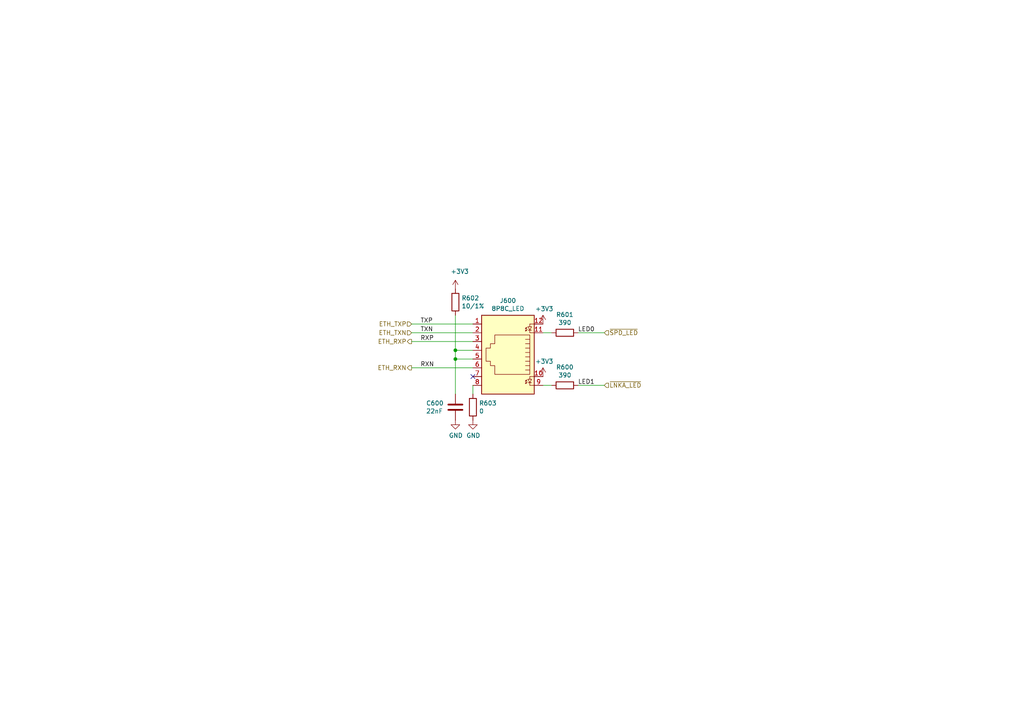
<source format=kicad_sch>
(kicad_sch (version 20210123) (generator eeschema)
  (paper "A4")
  (title_block (title "Dramite") (date "2021-01-22") (rev "R0.1") (company "Wenting Zhang") (comment 1 "zephray@outlook.com"))
  (lib_symbols
    (symbol "Connector:8P8C_LED" (pin_names (offset 1.016))
      (property "Reference" "J" (at -5.08 13.97 0))
      (property "Value" "8P8C_LED" (at 1.27 13.97 0))
      (symbol "8P8C_LED_0_1"
        (rectangle (start 7.62 12.7) (end -7.62 -10.16) (stroke (width 0.254)) (fill (type background)))
        (polyline (pts (xy -7.62 -7.62) (xy -6.35 -7.62)))
        (polyline (pts (xy -7.62 -5.08) (xy -6.35 -5.08)))
        (polyline (pts (xy -7.62 7.62) (xy -6.35 7.62)))
        (polyline (pts (xy -7.62 10.16) (xy -6.35 10.16)))
        (polyline (pts (xy -6.858 -5.842) (xy -5.842 -5.842)))
        (polyline (pts (xy -6.858 9.398) (xy -5.842 9.398)))
        (polyline (pts (xy -6.35 -7.62) (xy -6.35 -6.858)))
        (polyline (pts (xy -6.35 -5.08) (xy -6.35 -5.842)))
        (polyline (pts (xy -6.35 7.62) (xy -6.35 8.382)))
        (polyline (pts (xy -6.35 10.16) (xy -6.35 9.398)))
        (polyline (pts (xy -5.08 -6.223) (xy -5.207 -6.604)))
        (polyline (pts (xy -5.08 -5.588) (xy -5.207 -5.969)))
        (polyline (pts (xy -5.08 4.445) (xy -6.35 4.445)))
        (polyline (pts (xy -5.08 5.715) (xy -6.35 5.715)))
        (polyline (pts (xy -5.08 9.017) (xy -5.207 8.636)))
        (polyline (pts (xy -5.08 9.652) (xy -5.207 9.271)))
        (polyline (pts (xy -6.35 -3.175) (xy -5.08 -3.175) (xy -5.08 -3.175)))
        (polyline (pts (xy -6.35 -1.905) (xy -5.08 -1.905) (xy -5.08 -1.905)))
        (polyline (pts (xy -6.35 -0.635) (xy -5.08 -0.635) (xy -5.08 -0.635)))
        (polyline (pts (xy -6.35 0.635) (xy -5.08 0.635) (xy -5.08 0.635)))
        (polyline (pts (xy -6.35 1.905) (xy -5.08 1.905) (xy -5.08 1.905)))
        (polyline (pts (xy -5.588 -6.731) (xy -5.08 -6.223) (xy -5.461 -6.35)))
        (polyline (pts (xy -5.588 -6.096) (xy -5.08 -5.588) (xy -5.461 -5.715)))
        (polyline (pts (xy -5.588 8.509) (xy -5.08 9.017) (xy -5.461 8.89)))
        (polyline (pts (xy -5.588 9.144) (xy -5.08 9.652) (xy -5.461 9.525)))
        (polyline (pts (xy -5.08 3.175) (xy -6.35 3.175) (xy -6.35 3.175)))
        (polyline (pts (xy -6.35 -5.842) (xy -6.858 -6.858) (xy -5.842 -6.858) (xy -6.35 -5.842)))
        (polyline (pts (xy -6.35 9.398) (xy -6.858 8.382) (xy -5.842 8.382) (xy -6.35 9.398)))
        (polyline (pts (xy -6.35 -4.445) (xy -6.35 6.985) (xy 3.81 6.985) (xy 3.81 4.445) (xy 5.08 4.445) (xy 5.08 3.175) (xy 6.35 3.175) (xy 6.35 -0.635) (xy 5.08 -0.635) (xy 5.08 -1.905) (xy 3.81 -1.905) (xy 3.81 -4.445) (xy -6.35 -4.445) (xy -6.35 -4.445)))
      )
      (symbol "8P8C_LED_1_1"
        (pin passive line (at 10.16 -7.62 180) (length 2.54) (name "~") (number "1"))
        (pin passive line (at -10.16 7.62 0) (length 2.54) (name "~") (number "10"))
        (pin passive line (at -10.16 -5.08 0) (length 2.54) (name "~") (number "11"))
        (pin passive line (at -10.16 -7.62 0) (length 2.54) (name "~") (number "12"))
        (pin passive line (at 10.16 -5.08 180) (length 2.54) (name "~") (number "2"))
        (pin passive line (at 10.16 -2.54 180) (length 2.54) (name "~") (number "3"))
        (pin passive line (at 10.16 0 180) (length 2.54) (name "~") (number "4"))
        (pin passive line (at 10.16 2.54 180) (length 2.54) (name "~") (number "5"))
        (pin passive line (at 10.16 5.08 180) (length 2.54) (name "~") (number "6"))
        (pin passive line (at 10.16 7.62 180) (length 2.54) (name "~") (number "7"))
        (pin passive line (at 10.16 10.16 180) (length 2.54) (name "~") (number "8"))
        (pin passive line (at -10.16 10.16 0) (length 2.54) (name "~") (number "9"))
      )
    )
    (symbol "Device:C" (pin_numbers hide) (pin_names (offset 0.254))
      (property "Reference" "C" (at 0.635 2.54 0))
      (property "Value" "C" (at 0.635 -2.54 0))
      (symbol "C_0_1"
        (polyline (pts (xy -2.032 -0.762) (xy 2.032 -0.762)) (stroke (width 0.508)))
        (polyline (pts (xy -2.032 0.762) (xy 2.032 0.762)) (stroke (width 0.508)))
      )
      (symbol "C_1_1"
        (pin passive line (at 0 3.81 270) (length 2.794) (name "~") (number "1"))
        (pin passive line (at 0 -3.81 90) (length 2.794) (name "~") (number "2"))
      )
    )
    (symbol "Device:R" (pin_numbers hide) (pin_names (offset 0))
      (property "Reference" "R" (at 2.032 0 90))
      (property "Value" "R" (at 0 0 90))
      (symbol "R_0_1"
        (rectangle (start -1.016 -2.54) (end 1.016 2.54) (stroke (width 0.254)))
      )
      (symbol "R_1_1"
        (pin passive line (at 0 3.81 270) (length 1.27) (name "~") (number "1"))
        (pin passive line (at 0 -3.81 90) (length 1.27) (name "~") (number "2"))
      )
    )
    (symbol "power:+3V3" (power) (pin_names (offset 0))
      (property "Value" "+3V3" (at 0 3.556 0))
      (symbol "+3V3_0_1"
        (polyline (pts (xy -0.762 1.27) (xy 0 2.54)))
        (polyline (pts (xy 0 0) (xy 0 2.54)))
        (polyline (pts (xy 0 2.54) (xy 0.762 1.27)))
      )
      (symbol "+3V3_1_1"
        (pin power_in line (at 0 0 90) (length 0) hide (name "+3V3") (number "1"))
      )
    )
    (symbol "power:GND" (power) (pin_names (offset 0))
      (property "Value" "GND" (at 0 -3.81 0))
      (symbol "GND_0_1"
        (polyline (pts (xy 0 0) (xy 0 -1.27) (xy 1.27 -1.27) (xy 0 -2.54) (xy -1.27 -1.27) (xy 0 -1.27)))
      )
      (symbol "GND_1_1"
        (pin power_in line (at 0 0 270) (length 0) hide (name "GND") (number "1"))
      )
    )
  )
  (junction (at 132.08 101.6) (diameter 0.9144))
  (junction (at 132.08 104.14) (diameter 0.9144))
  (no_connect (at 137.16 109.22))
  (wire (pts (xy 119.38 93.98) (xy 137.16 93.98)))
  (wire (pts (xy 119.38 96.52) (xy 137.16 96.52)))
  (wire (pts (xy 119.38 99.06) (xy 137.16 99.06)))
  (wire (pts (xy 119.38 106.68) (xy 137.16 106.68)))
  (wire (pts (xy 132.08 91.44) (xy 132.08 101.6)))
  (wire (pts (xy 132.08 101.6) (xy 132.08 104.14)))
  (wire (pts (xy 132.08 101.6) (xy 137.16 101.6)))
  (wire (pts (xy 132.08 104.14) (xy 132.08 114.3)))
  (wire (pts (xy 132.08 104.14) (xy 137.16 104.14)))
  (wire (pts (xy 137.16 111.76) (xy 137.16 114.3)))
  (wire (pts (xy 160.02 96.52) (xy 157.48 96.52)))
  (wire (pts (xy 160.02 111.76) (xy 157.48 111.76)))
  (wire (pts (xy 175.26 96.52) (xy 167.64 96.52)))
  (wire (pts (xy 175.26 111.76) (xy 167.64 111.76)))
  (label "TXP" (at 121.92 93.98 0))
  (label "TXN" (at 121.92 96.52 0))
  (label "RXP" (at 121.92 99.06 0))
  (label "RXN" (at 121.92 106.68 0))
  (label "LED0" (at 167.64 96.52 0))
  (label "LED1" (at 167.64 111.76 0))
  (hierarchical_label "ETH_TXP" (shape input) (at 119.38 93.98 180))
  (hierarchical_label "ETH_TXN" (shape input) (at 119.38 96.52 180))
  (hierarchical_label "ETH_RXP" (shape output) (at 119.38 99.06 180))
  (hierarchical_label "ETH_RXN" (shape output) (at 119.38 106.68 180))
  (hierarchical_label "~SPD_LED" (shape input) (at 175.26 96.52 0))
  (hierarchical_label "~LNKA_LED" (shape input) (at 175.26 111.76 0))
  (symbol (lib_id "power:+3V3") (at 132.08 83.82 0) (unit 1)
    (property "Reference" "#PWR?" (effects hide))
    (property "Value" "+3V3" (at 133.35 78.74 0))
  )
  (symbol (lib_id "power:+3V3") (at 157.48 93.98 0) (unit 1)
    (property "Reference" "#PWR039" (effects hide))
    (property "Value" "+3V3" (at 157.861 89.5858 0))
  )
  (symbol (lib_id "power:+3V3") (at 157.48 109.22 0) (unit 1)
    (property "Reference" "#PWR?" (effects hide))
    (property "Value" "+3V3" (at 157.861 104.8258 0))
  )
  (symbol (lib_id "power:GND") (at 132.08 121.92 0) (unit 1)
    (property "Reference" "#PWR?" (effects hide))
    (property "Value" "GND" (at 132.207 126.3142 0))
  )
  (symbol (lib_id "power:GND") (at 137.16 121.92 0) (unit 1)
    (property "Reference" "#PWR?" (effects hide))
    (property "Value" "GND" (at 137.287 126.3142 0))
  )
  (symbol (lib_id "Device:R") (at 132.08 87.63 0) (unit 1)
    (property "Reference" "R602" (at 133.858 86.462 0) (effects (justify left)))
    (property "Value" "10/1%" (at 133.858 88.773 0) (effects (justify left)))
    (property "Footprint" "Resistor_SMD:R_0603_1608Metric" (effects hide))
  )
  (symbol (lib_id "Device:R") (at 137.16 118.11 0) (unit 1)
    (property "Reference" "R603" (at 138.938 116.942 0) (effects (justify left)))
    (property "Value" "0" (at 138.938 119.253 0) (effects (justify left)))
    (property "Footprint" "Resistor_SMD:R_1210_3225Metric" (effects hide))
  )
  (symbol (lib_id "Device:R") (at 163.83 96.52 270) (unit 1)
    (property "Reference" "R601" (at 163.83 91.262 90))
    (property "Value" "390" (at 163.83 93.5736 90))
  )
  (symbol (lib_id "Device:R") (at 163.83 111.76 270) (unit 1)
    (property "Reference" "R600" (at 163.83 106.502 90))
    (property "Value" "390" (at 163.83 108.8136 90))
  )
  (symbol (lib_id "Device:C") (at 132.08 118.11 0) (unit 1)
    (property "Reference" "C600" (at 123.571 116.942 0) (effects (justify left)))
    (property "Value" "22nF" (at 123.571 119.253 0) (effects (justify left)))
  )
  (symbol (lib_id "Connector:8P8C_LED") (at 147.32 101.6 180) (unit 1)
    (property "Reference" "J600" (at 147.32 87.198 0))
    (property "Value" "8P8C_LED" (at 147.32 89.5096 0))
    (property "Footprint" "Connector_RJ:RJ45_Hanrun_HR911105A" (effects hide))
  )
)
</source>
